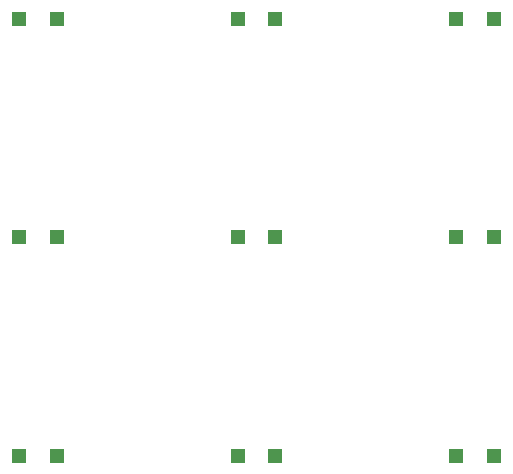
<source format=gbr>
G04 #@! TF.GenerationSoftware,KiCad,Pcbnew,(5.0.0-3-g5ebb6b6)*
G04 #@! TF.CreationDate,2019-02-07T22:00:29-08:00*
G04 #@! TF.ProjectId,arrowPad,6172726F775061642E6B696361645F70,rev?*
G04 #@! TF.SameCoordinates,Original*
G04 #@! TF.FileFunction,Paste,Top*
G04 #@! TF.FilePolarity,Positive*
%FSLAX46Y46*%
G04 Gerber Fmt 4.6, Leading zero omitted, Abs format (unit mm)*
G04 Created by KiCad (PCBNEW (5.0.0-3-g5ebb6b6)) date Thursday, February 07, 2019 at 10:00:29 PM*
%MOMM*%
%LPD*%
G01*
G04 APERTURE LIST*
%ADD10R,1.200000X1.200000*%
G04 APERTURE END LIST*
D10*
G04 #@! TO.C,D1*
X50425000Y-101750000D03*
X53575000Y-101750000D03*
G04 #@! TD*
G04 #@! TO.C,D2*
X72075000Y-101750000D03*
X68925000Y-101750000D03*
G04 #@! TD*
G04 #@! TO.C,D3*
X87425000Y-101750000D03*
X90575000Y-101750000D03*
G04 #@! TD*
G04 #@! TO.C,D4*
X53575000Y-120250000D03*
X50425000Y-120250000D03*
G04 #@! TD*
G04 #@! TO.C,D5*
X68925000Y-120250000D03*
X72075000Y-120250000D03*
G04 #@! TD*
G04 #@! TO.C,D6*
X90575000Y-120250000D03*
X87425000Y-120250000D03*
G04 #@! TD*
G04 #@! TO.C,D7*
X50425000Y-138750000D03*
X53575000Y-138750000D03*
G04 #@! TD*
G04 #@! TO.C,D8*
X72075000Y-138750000D03*
X68925000Y-138750000D03*
G04 #@! TD*
G04 #@! TO.C,D9*
X87425000Y-138750000D03*
X90575000Y-138750000D03*
G04 #@! TD*
M02*

</source>
